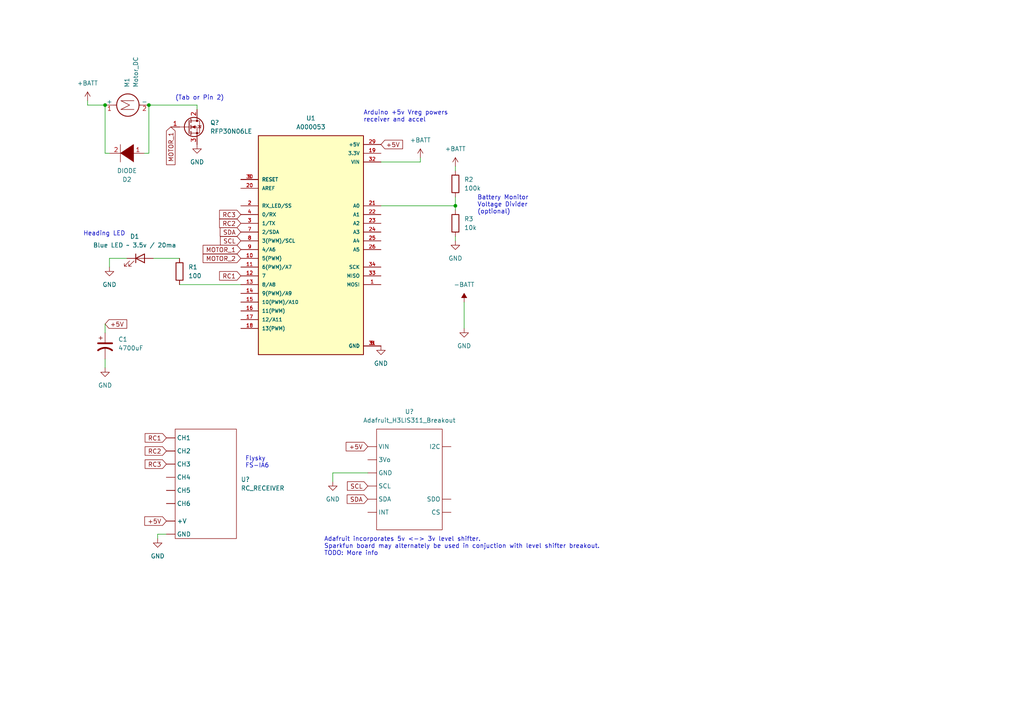
<source format=kicad_sch>
(kicad_sch (version 20211123) (generator eeschema)
  (paper "A4")
  (lib_symbols
    (symbol "Arduino Micro:A000053" (pin_names (offset 1.016))
      (property "Reference" "U" (at -15.24 31.75 0))
      (property "Value" "A000053" (at -15.24 -34.29 0))
      (symbol "A000053_0_0"
        (rectangle (start -15.24 -33.02) (end 15.24 30.48) (stroke (width 0.254)) (fill (type background)))
        (pin bidirectional line (at 20.32 -12.7 180) (length 5.08) (name "MOSI") (number "1"))
        (pin bidirectional line (at -20.32 -5.08 0) (length 5.08) (name "5(PWM)") (number "10"))
        (pin bidirectional line (at -20.32 -7.62 0) (length 5.08) (name "6(PWM)/A7") (number "11"))
        (pin bidirectional line (at -20.32 -10.16 0) (length 5.08) (name "7") (number "12"))
        (pin bidirectional line (at -20.32 -12.7 0) (length 5.08) (name "8/A8") (number "13"))
        (pin bidirectional line (at -20.32 -15.24 0) (length 5.08) (name "9(PWM)/A9") (number "14"))
        (pin bidirectional line (at -20.32 -17.78 0) (length 5.08) (name "10(PWM)/A10") (number "15"))
        (pin bidirectional line (at -20.32 -20.32 0) (length 5.08) (name "11(PWM)") (number "16"))
        (pin bidirectional line (at -20.32 -22.86 0) (length 5.08) (name "12/A11") (number "17"))
        (pin bidirectional line (at -20.32 -25.4 0) (length 5.08) (name "13(PWM)") (number "18"))
        (pin power_in line (at 20.32 25.4 180) (length 5.08) (name "3.3V") (number "19"))
        (pin bidirectional line (at -20.32 10.16 0) (length 5.08) (name "RX_LED/SS") (number "2"))
        (pin input line (at -20.32 15.24 0) (length 5.08) (name "AREF") (number "20"))
        (pin bidirectional line (at 20.32 10.16 180) (length 5.08) (name "A0") (number "21"))
        (pin bidirectional line (at 20.32 7.62 180) (length 5.08) (name "A1") (number "22"))
        (pin bidirectional line (at 20.32 5.08 180) (length 5.08) (name "A2") (number "23"))
        (pin bidirectional line (at 20.32 2.54 180) (length 5.08) (name "A3") (number "24"))
        (pin bidirectional line (at 20.32 0 180) (length 5.08) (name "A4") (number "25"))
        (pin bidirectional line (at 20.32 -2.54 180) (length 5.08) (name "A5") (number "26"))
        (pin power_in line (at 20.32 27.94 180) (length 5.08) (name "+5V") (number "29"))
        (pin bidirectional line (at -20.32 5.08 0) (length 5.08) (name "1/TX") (number "3"))
        (pin input line (at -20.32 17.78 0) (length 5.08) (name "RESET") (number "30"))
        (pin power_in line (at 20.32 -30.48 180) (length 5.08) (name "GND") (number "31"))
        (pin power_in line (at 20.32 22.86 180) (length 5.08) (name "VIN") (number "32"))
        (pin bidirectional line (at 20.32 -10.16 180) (length 5.08) (name "MISO") (number "33"))
        (pin bidirectional line (at 20.32 -7.62 180) (length 5.08) (name "SCK") (number "34"))
        (pin bidirectional line (at -20.32 7.62 0) (length 5.08) (name "0/RX") (number "4"))
        (pin input line (at -20.32 17.78 0) (length 5.08) (name "RESET") (number "5"))
        (pin power_in line (at 20.32 -30.48 180) (length 5.08) (name "GND") (number "6"))
        (pin bidirectional line (at -20.32 2.54 0) (length 5.08) (name "2/SDA") (number "7"))
        (pin bidirectional line (at -20.32 0 0) (length 5.08) (name "3(PWM)/SCL") (number "8"))
        (pin bidirectional line (at -20.32 -2.54 0) (length 5.08) (name "4/A6") (number "9"))
      )
    )
    (symbol "Device:Adafruit_H3LIS311_Breakout"
      (property "Reference" "U" (at 0 0 0))
      (property "Value" "Adafruit_H3LIS311_Breakout" (at 0 0 0))
      (symbol "Adafruit_H3LIS311_Breakout_0_1"
        (rectangle (start 8.89 31.75) (end 27.94 2.54))
      )
      (symbol "Adafruit_H3LIS311_Breakout_1_1"
        (pin input line (at 6.35 22.86 0) (length 2.54) (name "3Vo") (number ""))
        (pin input line (at 30.48 7.62 180) (length 2.54) (name "CS") (number ""))
        (pin input line (at 6.35 19.05 0) (length 2.54) (name "GND") (number ""))
        (pin input line (at 30.48 26.67 180) (length 2.54) (name "I2C") (number ""))
        (pin input line (at 6.35 7.62 0) (length 2.54) (name "INT") (number ""))
        (pin input line (at 6.35 15.24 0) (length 2.54) (name "SCL") (number ""))
        (pin input line (at 6.35 11.43 0) (length 2.54) (name "SDA") (number ""))
        (pin input line (at 30.48 11.43 180) (length 2.54) (name "SDO") (number ""))
        (pin input line (at 6.35 26.67 0) (length 2.54) (name "VIN") (number ""))
      )
    )
    (symbol "Device:C_Polarized_US" (pin_numbers hide) (pin_names (offset 0.254) hide)
      (property "Reference" "C" (at 0.635 2.54 0))
      (property "Value" "C_Polarized_US" (at 0.635 -2.54 0))
      (symbol "C_Polarized_US_0_1"
        (polyline (pts (xy -2.032 0.762) (xy 2.032 0.762)) (stroke (width 0.508)))
        (polyline (pts (xy -1.778 2.286) (xy -0.762 2.286)))
        (polyline (pts (xy -1.27 1.778) (xy -1.27 2.794)))
        (arc (start 2.032 -1.27) (mid 0 -0.5572) (end -2.032 -1.27) (stroke (width 0.508)))
      )
      (symbol "C_Polarized_US_1_1"
        (pin passive line (at 0 3.81 270) (length 2.794) (name "~") (number "1"))
        (pin passive line (at 0 -3.81 90) (length 3.302) (name "~") (number "2"))
      )
    )
    (symbol "Device:LED" (pin_numbers hide) (pin_names (offset 1.016) hide)
      (property "Reference" "D" (at 0 2.54 0))
      (property "Value" "LED" (at 0 -2.54 0))
      (symbol "LED_0_1"
        (polyline (pts (xy -1.27 -1.27) (xy -1.27 1.27)) (stroke (width 0.254)))
        (polyline (pts (xy -1.27 0) (xy 1.27 0)))
        (polyline (pts (xy 1.27 -1.27) (xy 1.27 1.27) (xy -1.27 0) (xy 1.27 -1.27)) (stroke (width 0.254)))
        (polyline (pts (xy -3.048 -0.762) (xy -4.572 -2.286) (xy -3.81 -2.286) (xy -4.572 -2.286) (xy -4.572 -1.524)))
        (polyline (pts (xy -1.778 -0.762) (xy -3.302 -2.286) (xy -2.54 -2.286) (xy -3.302 -2.286) (xy -3.302 -1.524)))
      )
      (symbol "LED_1_1"
        (pin passive line (at -3.81 0 0) (length 2.54) (name "K") (number "1"))
        (pin passive line (at 3.81 0 180) (length 2.54) (name "A") (number "2"))
      )
    )
    (symbol "Device:R" (pin_numbers hide) (pin_names (offset 0))
      (property "Reference" "R" (at 2.032 0 90))
      (property "Value" "R" (at 0 0 90))
      (symbol "R_0_1"
        (rectangle (start -1.016 -2.54) (end 1.016 2.54) (stroke (width 0.254)))
      )
      (symbol "R_1_1"
        (pin passive line (at 0 3.81 270) (length 1.27) (name "~") (number "1"))
        (pin passive line (at 0 -3.81 90) (length 1.27) (name "~") (number "2"))
      )
    )
    (symbol "Device:RC_RECEIVER"
      (property "Reference" "U" (at 0 0 0))
      (property "Value" "RC_RECEIVER" (at 0 0 0))
      (symbol "RC_RECEIVER_0_1"
        (rectangle (start 12.7 34.29) (end 30.48 2.54))
      )
      (symbol "RC_RECEIVER_1_1"
        (pin input line (at 10.16 7.62 0) (length 2.54) (name "+V") (number ""))
        (pin input line (at 10.16 31.75 0) (length 2.54) (name "CH1") (number ""))
        (pin input line (at 10.16 27.94 0) (length 2.54) (name "CH2") (number ""))
        (pin input line (at 10.16 24.13 0) (length 2.54) (name "CH3") (number ""))
        (pin input line (at 10.16 20.32 0) (length 2.54) (name "CH4") (number ""))
        (pin input line (at 10.16 16.51 0) (length 2.54) (name "CH5") (number ""))
        (pin input line (at 10.16 12.7 0) (length 2.54) (name "CH6") (number ""))
        (pin input line (at 10.16 3.81 0) (length 2.54) (name "GND") (number ""))
      )
    )
    (symbol "Motor:Motor_DC" (pin_names (offset 0))
      (property "Reference" "M" (at 2.54 2.54 0))
      (property "Value" "Motor_DC" (at 2.54 -5.08 0))
      (symbol "Motor_DC_0_0"
        (polyline (pts (xy -1.27 -3.302) (xy -1.27 0.508) (xy 0 -2.032) (xy 1.27 0.508) (xy 1.27 -3.302)))
      )
      (symbol "Motor_DC_0_1"
        (circle (center 0 -1.524) (radius 3.2512) (stroke (width 0.254)))
        (polyline (pts (xy 0 -7.62) (xy 0 -7.112)))
        (polyline (pts (xy 0 -4.7752) (xy 0 -5.1816)))
        (polyline (pts (xy 0 1.7272) (xy 0 2.0828)))
        (polyline (pts (xy 0 2.032) (xy 0 2.54)))
      )
      (symbol "Motor_DC_1_1"
        (pin passive line (at 0 5.08 270) (length 2.54) (name "+") (number "1"))
        (pin passive line (at 0 -7.62 90) (length 2.54) (name "-") (number "2"))
      )
    )
    (symbol "Transistor_FET:IPD50R380CE" (pin_names hide)
      (property "Reference" "Q" (at 5.08 1.905 0))
      (property "Value" "IPD50R380CE" (at 5.08 0 0))
      (symbol "IPD50R380CE_0_1"
        (polyline (pts (xy 0.254 0) (xy -2.54 0)))
        (polyline (pts (xy 0.254 1.905) (xy 0.254 -1.905)) (stroke (width 0.254)))
        (polyline (pts (xy 0.762 -1.27) (xy 0.762 -2.286)) (stroke (width 0.254)))
        (polyline (pts (xy 0.762 0.508) (xy 0.762 -0.508)) (stroke (width 0.254)))
        (polyline (pts (xy 0.762 2.286) (xy 0.762 1.27)) (stroke (width 0.254)))
        (polyline (pts (xy 2.54 2.54) (xy 2.54 1.778)))
        (polyline (pts (xy 2.54 -2.54) (xy 2.54 0) (xy 0.762 0)))
        (polyline (pts (xy 0.762 -1.778) (xy 3.302 -1.778) (xy 3.302 1.778) (xy 0.762 1.778)))
        (polyline (pts (xy 1.016 0) (xy 2.032 0.381) (xy 2.032 -0.381) (xy 1.016 0)) (fill (type outline)))
        (polyline (pts (xy 2.794 0.508) (xy 2.921 0.381) (xy 3.683 0.381) (xy 3.81 0.254)))
        (polyline (pts (xy 3.302 0.381) (xy 2.921 -0.254) (xy 3.683 -0.254) (xy 3.302 0.381)))
        (circle (center 1.651 0) (radius 2.794) (stroke (width 0.254)))
        (circle (center 2.54 -1.778) (radius 0.254) (fill (type outline)))
        (circle (center 2.54 1.778) (radius 0.254) (fill (type outline)))
      )
      (symbol "IPD50R380CE_1_1"
        (pin input line (at -5.08 0 0) (length 2.54) (name "G") (number "1"))
        (pin passive line (at 2.54 5.08 270) (length 2.54) (name "D") (number "2"))
        (pin passive line (at 2.54 -5.08 90) (length 2.54) (name "S") (number "3"))
      )
    )
    (symbol "power:+BATT" (power) (pin_names (offset 0))
      (property "Value" "+BATT" (at 0 3.556 0))
      (symbol "+BATT_0_1"
        (polyline (pts (xy -0.762 1.27) (xy 0 2.54)))
        (polyline (pts (xy 0 0) (xy 0 2.54)))
        (polyline (pts (xy 0 2.54) (xy 0.762 1.27)))
      )
      (symbol "+BATT_1_1"
        (pin power_in line (at 0 0 90) (length 0) hide (name "+BATT") (number "1"))
      )
    )
    (symbol "power:-BATT" (power) (pin_names (offset 0))
      (property "Value" "-BATT" (at 0 3.556 0))
      (symbol "-BATT_0_1"
        (polyline (pts (xy 0 0) (xy 0 2.54)))
        (polyline (pts (xy 0.762 1.27) (xy -0.762 1.27) (xy 0 2.54) (xy 0.762 1.27)) (fill (type outline)))
      )
      (symbol "-BATT_1_1"
        (pin power_in line (at 0 0 90) (length 0) hide (name "-BATT") (number "1"))
      )
    )
    (symbol "power:GND" (power) (pin_names (offset 0))
      (property "Value" "GND" (at 0 -3.81 0))
      (symbol "GND_0_1"
        (polyline (pts (xy 0 0) (xy 0 -1.27) (xy 1.27 -1.27) (xy 0 -2.54) (xy -1.27 -1.27) (xy 0 -1.27)))
      )
      (symbol "GND_1_1"
        (pin power_in line (at 0 0 270) (length 0) hide (name "GND") (number "1"))
      )
    )
    (symbol "pspice:DIODE" (pin_names (offset 1.016) hide)
      (property "Reference" "D" (at 0 3.81 0))
      (property "Value" "DIODE" (at 0 -4.445 0))
      (symbol "DIODE_0_1"
        (polyline (pts (xy 1.905 2.54) (xy 1.905 -2.54)))
        (polyline (pts (xy -1.905 2.54) (xy -1.905 -2.54) (xy 1.905 0)) (fill (type outline)))
      )
      (symbol "DIODE_1_1"
        (pin input line (at -5.08 0 0) (length 3.81) (name "K") (number "1"))
        (pin input line (at 5.08 0 180) (length 3.81) (name "A") (number "2"))
      )
    )
  )
  (junction (at 30.48 30.48))
  (junction (at 43.18 30.48))
  (junction (at 132.08 59.69))
  (wire (pts (xy 52.07 74.93) (xy 44.45 74.93)))
  (wire (pts (xy 57.15 30.48) (xy 43.18 30.48)))
  (wire (pts (xy 48.26 154.94) (xy 45.72 154.94)))
  (wire (pts (xy 30.48 44.45) (xy 31.75 44.45)))
  (wire (pts (xy 134.62 87.63) (xy 134.62 95.25)))
  (wire (pts (xy 30.48 30.48) (xy 30.48 44.45)))
  (wire (pts (xy 110.49 46.99) (xy 121.92 46.99)))
  (wire (pts (xy 30.48 106.68) (xy 30.48 104.14)))
  (wire (pts (xy 43.18 30.48) (xy 43.18 44.45)))
  (wire (pts (xy 132.08 69.85) (xy 132.08 68.58)))
  (wire (pts (xy 30.48 30.48) (xy 25.4 30.48)))
  (wire (pts (xy 106.68 137.16) (xy 96.52 137.16)))
  (wire (pts (xy 96.52 137.16) (xy 96.52 139.7)))
  (wire (pts (xy 132.08 59.69) (xy 132.08 57.15)))
  (wire (pts (xy 121.92 46.99) (xy 121.92 45.72)))
  (wire (pts (xy 43.18 44.45) (xy 41.91 44.45)))
  (wire (pts (xy 45.72 154.94) (xy 45.72 156.21)))
  (wire (pts (xy 132.08 49.53) (xy 132.08 48.26)))
  (wire (pts (xy 57.15 31.75) (xy 57.15 30.48)))
  (wire (pts (xy 25.4 30.48) (xy 25.4 29.21)))
  (wire (pts (xy 31.75 74.93) (xy 31.75 77.47)))
  (wire (pts (xy 110.49 59.69) (xy 132.08 59.69)))
  (wire (pts (xy 30.48 93.98) (xy 30.48 96.52)))
  (wire (pts (xy 69.85 82.55) (xy 52.07 82.55)))
  (wire (pts (xy 36.83 74.93) (xy 31.75 74.93)))
  (wire (pts (xy 132.08 59.69) (xy 132.08 60.96)))
  (text "Heading LED" (at 24.13 68.58 0) (effects (font (size 1.27 1.27)) (justify left bottom)))
  (text "Battery Monitor\nVoltage Divider\n(optional)" (at 138.43 62.23 0) (effects (font (size 1.27 1.27)) (justify left bottom)))
  (text "Flysky\nFS-IA6" (at 71.12 135.89 0) (effects (font (size 1.27 1.27)) (justify left bottom)))
  (text "Arduino +5v Vreg powers\nreceiver and accel" (at 105.41 35.56 0) (effects (font (size 1.27 1.27)) (justify left bottom)))
  (text "Adafruit incorporates 5v <-> 3v level shifter.\nSparkfun board may alternately be used in conjuction with level shifter breakout.\nTODO: More info" (at 93.98 161.29 0) (effects (font (size 1.27 1.27)) (justify left bottom)))
  (text "(Tab or Pin 2)" (at 50.8 29.21 0) (effects (font (size 1.27 1.27)) (justify left bottom)))
  (global_label "+5V" (shape input) (at 30.48 93.98 0) (property "Intersheet References" "${INTERSHEET_REFS}" (effects hide)))
  (global_label "MOTOR_1" (shape input) (at 49.53 36.83 270) (property "Intersheet References" "${INTERSHEET_REFS}" (effects hide)))
  (global_label "RC3" (shape input) (at 48.26 134.62 180) (property "Intersheet References" "${INTERSHEET_REFS}" (effects hide)))
  (global_label "RC1" (shape input) (at 69.85 80.01 180) (property "Intersheet References" "${INTERSHEET_REFS}" (effects hide)))
  (global_label "RC2" (shape input) (at 69.85 64.77 180) (property "Intersheet References" "${INTERSHEET_REFS}" (effects hide)))
  (global_label "RC1" (shape input) (at 48.26 127 180) (property "Intersheet References" "${INTERSHEET_REFS}" (effects hide)))
  (global_label "+5V" (shape input) (at 106.68 129.54 180) (property "Intersheet References" "${INTERSHEET_REFS}" (effects hide)))
  (global_label "RC3" (shape input) (at 69.85 62.23 180) (property "Intersheet References" "${INTERSHEET_REFS}" (effects hide)))
  (global_label "MOTOR_1" (shape input) (at 69.85 72.39 180) (property "Intersheet References" "${INTERSHEET_REFS}" (effects hide)))
  (global_label "SCL" (shape input) (at 106.68 140.97 180) (property "Intersheet References" "${INTERSHEET_REFS}" (effects hide)))
  (global_label "SDA" (shape input) (at 69.85 67.31 180) (property "Intersheet References" "${INTERSHEET_REFS}" (effects hide)))
  (global_label "SDA" (shape input) (at 106.68 144.78 180) (property "Intersheet References" "${INTERSHEET_REFS}" (effects hide)))
  (global_label "RC2" (shape input) (at 48.26 130.81 180) (property "Intersheet References" "${INTERSHEET_REFS}" (effects hide)))
  (global_label "+5V" (shape input) (at 110.49 41.91 0) (property "Intersheet References" "${INTERSHEET_REFS}" (effects hide)))
  (global_label "MOTOR_2" (shape input) (at 69.85 74.93 180) (property "Intersheet References" "${INTERSHEET_REFS}" (effects hide)))
  (global_label "SCL" (shape input) (at 69.85 69.85 180) (property "Intersheet References" "${INTERSHEET_REFS}" (effects hide)))
  (global_label "+5V" (shape input) (at 48.26 151.13 180) (property "Intersheet References" "${INTERSHEET_REFS}" (effects hide)))
  (symbol (lib_id "power:GND") (at 45.72 156.21 0) (unit 1)
    (property "Reference" "#PWR?" (effects hide))
    (property "Value" "GND" (at 45.72 161.29 0))
  )
  (symbol (lib_id "Motor:Motor_DC") (at 35.56 30.48 90) (unit 1)
    (property "Reference" "M1" (at 36.8299 25.4 0) (effects (justify left)))
    (property "Value" "Motor_DC" (at 39.3699 25.4 0) (effects (justify left)))
  )
  (symbol (lib_id "Device:Adafruit_H3LIS311_Breakout") (at 100.33 156.21 0) (unit 1)
    (property "Reference" "U?" (at 118.745 119.38 0))
    (property "Value" "Adafruit_H3LIS311_Breakout" (at 118.745 121.92 0))
  )
  (symbol (lib_id "power:GND") (at 110.49 100.33 0) (unit 1)
    (property "Reference" "#PWR?" (effects hide))
    (property "Value" "GND" (at 110.49 105.41 0))
  )
  (symbol (lib_id "power:+BATT") (at 121.92 45.72 0) (unit 1)
    (property "Reference" "#PWR?" (effects hide))
    (property "Value" "+BATT" (at 121.92 40.64 0))
  )
  (symbol (lib_id "Transistor_FET:IPD50R380CE") (at 54.61 36.83 0) (unit 1)
    (property "Reference" "Q?" (at 60.96 35.5599 0) (effects (justify left)))
    (property "Value" "RFP30N06LE" (at 60.96 38.0999 0) (effects (justify left)))
    (property "Footprint" "Package_TO_SOT_SMD:TO-252-2" (effects hide))
    (property "Datasheet" "https://www.infineon.com/dgdl/Infineon-IPD50R380CE-DS-v02_01-en.pdf?fileId=db3a30433ecb86d4013ed0a2ef580f38" (effects hide))
  )
  (symbol (lib_id "Arduino Micro:A000053") (at 90.17 69.85 0) (unit 1)
    (property "Reference" "U1" (at 90.17 34.29 0))
    (property "Value" "A000053" (at 90.17 36.83 0))
    (property "Footprint" "A000053:ARDUINO_A000053" (effects hide))
    (property "MF" "Arduino" (effects hide))
    (property "Description" "\nMicrocontroller board based on the ATmega32u4\n" (effects hide))
    (property "Package" "Non-Standard Arduino" (effects hide))
    (property "Price" "None" (effects hide))
    (property "Check_prices" "https://www.snapeda.com/parts/Arduino%20Micro/Arduino/view-part/?ref=eda" (effects hide))
    (property "STANDARD" "Manufacturer Recommendations" (effects hide))
    (property "PARTREV" "N/A" (effects hide))
    (property "SnapEDA_Link" "https://www.snapeda.com/parts/Arduino%20Micro/Arduino/view-part/?ref=snap" (effects hide))
    (property "MP" "Arduino Micro" (effects hide))
    (property "Availability" "Not in stock" (effects hide))
    (property "MANUFACTURER" "ARDUINO" (effects hide))
  )
  (symbol (lib_id "power:GND") (at 30.48 106.68 0) (unit 1)
    (property "Reference" "#PWR?" (effects hide))
    (property "Value" "GND" (at 30.48 111.76 0))
  )
  (symbol (lib_id "power:GND") (at 134.62 95.25 0) (unit 1)
    (property "Reference" "#PWR?" (effects hide))
    (property "Value" "GND" (at 134.62 100.33 0))
  )
  (symbol (lib_id "pspice:DIODE") (at 36.83 44.45 180) (unit 1)
    (property "Reference" "D2" (at 36.83 52.07 0))
    (property "Value" "DIODE" (at 36.83 49.53 0))
  )
  (symbol (lib_id "Device:C_Polarized_US") (at 30.48 100.33 0) (unit 1)
    (property "Reference" "C1" (at 34.29 98.4249 0) (effects (justify left)))
    (property "Value" "4700uF" (at 34.29 100.9649 0) (effects (justify left)))
  )
  (symbol (lib_id "power:GND") (at 96.52 139.7 0) (unit 1)
    (property "Reference" "#PWR?" (effects hide))
    (property "Value" "GND" (at 96.52 144.78 0))
  )
  (symbol (lib_id "power:+BATT") (at 25.4 29.21 0) (unit 1)
    (property "Reference" "#PWR?" (effects hide))
    (property "Value" "+BATT" (at 25.4 24.13 0))
  )
  (symbol (lib_id "Device:R") (at 132.08 64.77 0) (unit 1)
    (property "Reference" "R3" (at 134.62 63.4999 0) (effects (justify left)))
    (property "Value" "10k" (at 134.62 66.0399 0) (effects (justify left)))
  )
  (symbol (lib_id "Device:LED") (at 40.64 74.93 0) (unit 1)
    (property "Reference" "D1" (at 39.0525 68.58 0))
    (property "Value" "Blue LED ~ 3.5v / 20ma" (at 39.0525 71.12 0))
  )
  (symbol (lib_id "Device:R") (at 52.07 78.74 0) (unit 1)
    (property "Reference" "R1" (at 54.61 77.4699 0) (effects (justify left)))
    (property "Value" "100" (at 54.61 80.0099 0) (effects (justify left)))
  )
  (symbol (lib_id "Device:R") (at 132.08 53.34 0) (unit 1)
    (property "Reference" "R2" (at 134.62 52.0699 0) (effects (justify left)))
    (property "Value" "100k" (at 134.62 54.6099 0) (effects (justify left)))
  )
  (symbol (lib_id "power:GND") (at 132.08 69.85 0) (unit 1)
    (property "Reference" "#PWR?" (effects hide))
    (property "Value" "GND" (at 132.08 74.93 0))
  )
  (symbol (lib_id "Device:RC_RECEIVER") (at 38.1 158.75 0) (unit 1)
    (property "Reference" "U?" (at 69.85 139.0649 0) (effects (justify left)))
    (property "Value" "RC_RECEIVER" (at 69.85 141.6049 0) (effects (justify left)))
  )
  (symbol (lib_id "power:-BATT") (at 134.62 87.63 0) (unit 1)
    (property "Reference" "#PWR?" (effects hide))
    (property "Value" "-BATT" (at 134.62 82.55 0))
  )
  (symbol (lib_id "power:GND") (at 31.75 77.47 0) (unit 1)
    (property "Reference" "#PWR?" (effects hide))
    (property "Value" "GND" (at 31.75 82.55 0))
  )
  (symbol (lib_id "power:+BATT") (at 132.08 48.26 0) (unit 1)
    (property "Reference" "#PWR?" (effects hide))
    (property "Value" "+BATT" (at 132.08 43.18 0))
  )
  (symbol (lib_id "power:GND") (at 57.15 41.91 0) (unit 1)
    (property "Reference" "#PWR?" (effects hide))
    (property "Value" "GND" (at 57.15 46.99 0))
  )
)
</source>
